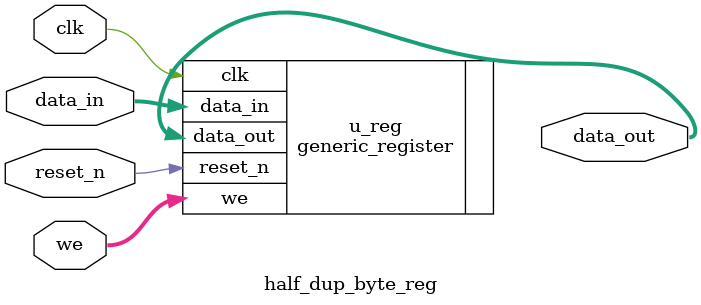
<source format=v>

/***************************************************************
  Description:
  byte_reg.v: instantiates 32 registers to make a quad
              This enables maintaining timing on blocks
	      in check
***********************************************************************/
module  half_dup_byte_reg(
  //List of Inputs
  we,		 
  data_in,
  reset_n,
  clk,

  //List of Outputs
  data_out
);

  input [7:0] we;
  input [7:0]	data_in;
  input		reset_n;
  input		clk;
  output [7:0]	data_out;
 

  generic_register #(8,0) u_reg (

    .we          (we),
    .clk         (clk),
    .reset_n     (reset_n),
    .data_in     (data_in),
    .data_out    (data_out)
    );


endmodule
  

</source>
